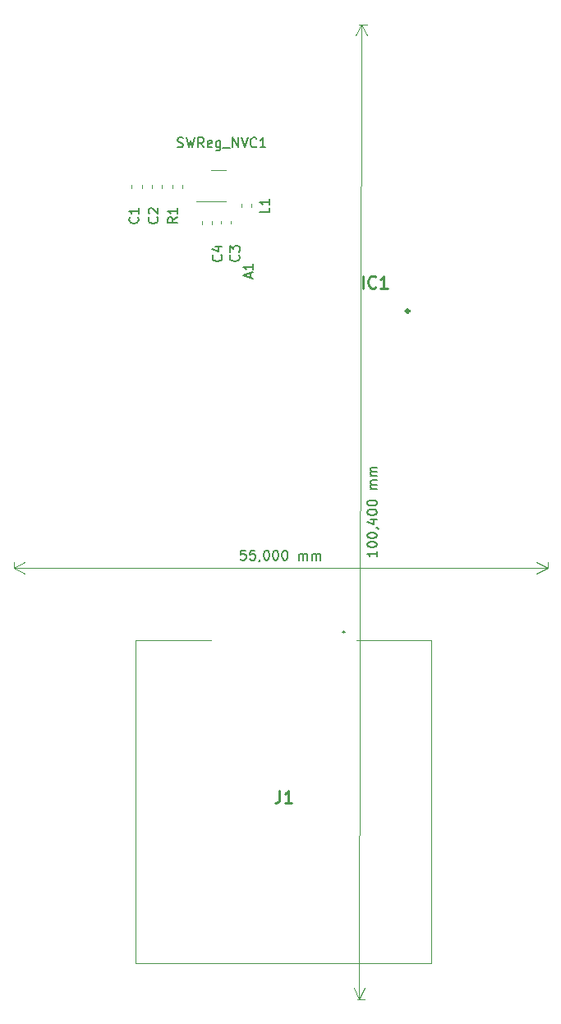
<source format=gbr>
G04 #@! TF.GenerationSoftware,KiCad,Pcbnew,(5.1.2)-2*
G04 #@! TF.CreationDate,2020-03-09T10:51:38+01:00*
G04 #@! TF.ProjectId,Extension_PCB,45787465-6e73-4696-9f6e-5f5043422e6b,rev?*
G04 #@! TF.SameCoordinates,Original*
G04 #@! TF.FileFunction,Legend,Top*
G04 #@! TF.FilePolarity,Positive*
%FSLAX46Y46*%
G04 Gerber Fmt 4.6, Leading zero omitted, Abs format (unit mm)*
G04 Created by KiCad (PCBNEW (5.1.2)-2) date 2020-03-09 10:51:38*
%MOMM*%
%LPD*%
G04 APERTURE LIST*
%ADD10C,0.150000*%
%ADD11C,0.120000*%
%ADD12C,0.100000*%
%ADD13C,0.200000*%
%ADD14C,0.325000*%
%ADD15C,0.254000*%
G04 APERTURE END LIST*
D10*
X168880952Y-125782380D02*
X168404761Y-125782380D01*
X168357142Y-126258571D01*
X168404761Y-126210952D01*
X168500000Y-126163333D01*
X168738095Y-126163333D01*
X168833333Y-126210952D01*
X168880952Y-126258571D01*
X168928571Y-126353809D01*
X168928571Y-126591904D01*
X168880952Y-126687142D01*
X168833333Y-126734761D01*
X168738095Y-126782380D01*
X168500000Y-126782380D01*
X168404761Y-126734761D01*
X168357142Y-126687142D01*
X169833333Y-125782380D02*
X169357142Y-125782380D01*
X169309523Y-126258571D01*
X169357142Y-126210952D01*
X169452380Y-126163333D01*
X169690476Y-126163333D01*
X169785714Y-126210952D01*
X169833333Y-126258571D01*
X169880952Y-126353809D01*
X169880952Y-126591904D01*
X169833333Y-126687142D01*
X169785714Y-126734761D01*
X169690476Y-126782380D01*
X169452380Y-126782380D01*
X169357142Y-126734761D01*
X169309523Y-126687142D01*
X170357142Y-126734761D02*
X170357142Y-126782380D01*
X170309523Y-126877619D01*
X170261904Y-126925238D01*
X170976190Y-125782380D02*
X171071428Y-125782380D01*
X171166666Y-125830000D01*
X171214285Y-125877619D01*
X171261904Y-125972857D01*
X171309523Y-126163333D01*
X171309523Y-126401428D01*
X171261904Y-126591904D01*
X171214285Y-126687142D01*
X171166666Y-126734761D01*
X171071428Y-126782380D01*
X170976190Y-126782380D01*
X170880952Y-126734761D01*
X170833333Y-126687142D01*
X170785714Y-126591904D01*
X170738095Y-126401428D01*
X170738095Y-126163333D01*
X170785714Y-125972857D01*
X170833333Y-125877619D01*
X170880952Y-125830000D01*
X170976190Y-125782380D01*
X171928571Y-125782380D02*
X172023809Y-125782380D01*
X172119047Y-125830000D01*
X172166666Y-125877619D01*
X172214285Y-125972857D01*
X172261904Y-126163333D01*
X172261904Y-126401428D01*
X172214285Y-126591904D01*
X172166666Y-126687142D01*
X172119047Y-126734761D01*
X172023809Y-126782380D01*
X171928571Y-126782380D01*
X171833333Y-126734761D01*
X171785714Y-126687142D01*
X171738095Y-126591904D01*
X171690476Y-126401428D01*
X171690476Y-126163333D01*
X171738095Y-125972857D01*
X171785714Y-125877619D01*
X171833333Y-125830000D01*
X171928571Y-125782380D01*
X172880952Y-125782380D02*
X172976190Y-125782380D01*
X173071428Y-125830000D01*
X173119047Y-125877619D01*
X173166666Y-125972857D01*
X173214285Y-126163333D01*
X173214285Y-126401428D01*
X173166666Y-126591904D01*
X173119047Y-126687142D01*
X173071428Y-126734761D01*
X172976190Y-126782380D01*
X172880952Y-126782380D01*
X172785714Y-126734761D01*
X172738095Y-126687142D01*
X172690476Y-126591904D01*
X172642857Y-126401428D01*
X172642857Y-126163333D01*
X172690476Y-125972857D01*
X172738095Y-125877619D01*
X172785714Y-125830000D01*
X172880952Y-125782380D01*
X174404761Y-126782380D02*
X174404761Y-126115714D01*
X174404761Y-126210952D02*
X174452380Y-126163333D01*
X174547619Y-126115714D01*
X174690476Y-126115714D01*
X174785714Y-126163333D01*
X174833333Y-126258571D01*
X174833333Y-126782380D01*
X174833333Y-126258571D02*
X174880952Y-126163333D01*
X174976190Y-126115714D01*
X175119047Y-126115714D01*
X175214285Y-126163333D01*
X175261904Y-126258571D01*
X175261904Y-126782380D01*
X175738095Y-126782380D02*
X175738095Y-126115714D01*
X175738095Y-126210952D02*
X175785714Y-126163333D01*
X175880952Y-126115714D01*
X176023809Y-126115714D01*
X176119047Y-126163333D01*
X176166666Y-126258571D01*
X176166666Y-126782380D01*
X176166666Y-126258571D02*
X176214285Y-126163333D01*
X176309523Y-126115714D01*
X176452380Y-126115714D01*
X176547619Y-126163333D01*
X176595238Y-126258571D01*
X176595238Y-126782380D01*
D11*
X200000000Y-127600000D02*
X145000000Y-127600000D01*
X200000000Y-127600000D02*
X200000000Y-127013579D01*
X145000000Y-127600000D02*
X145000000Y-127013579D01*
X145000000Y-127600000D02*
X146126504Y-127013579D01*
X145000000Y-127600000D02*
X146126504Y-128186421D01*
X200000000Y-127600000D02*
X198873496Y-127013579D01*
X200000000Y-127600000D02*
X198873496Y-128186421D01*
D10*
X182414313Y-125851440D02*
X182413174Y-126422867D01*
X182413743Y-126137153D02*
X181413745Y-126135161D01*
X181556413Y-126230684D01*
X181651461Y-126326111D01*
X181698890Y-126421444D01*
X181415548Y-125230401D02*
X181415737Y-125135163D01*
X181463546Y-125040020D01*
X181511260Y-124992496D01*
X181606593Y-124945067D01*
X181797163Y-124897827D01*
X182035258Y-124898302D01*
X182225639Y-124946300D01*
X182320782Y-124994109D01*
X182368306Y-125041823D01*
X182415735Y-125137155D01*
X182415546Y-125232393D01*
X182367737Y-125327536D01*
X182320023Y-125375060D01*
X182224690Y-125422490D01*
X182034120Y-125469729D01*
X181796025Y-125469255D01*
X181605644Y-125421256D01*
X181510501Y-125373448D01*
X181462977Y-125325734D01*
X181415548Y-125230401D01*
X181417445Y-124278022D02*
X181417635Y-124182784D01*
X181465443Y-124087641D01*
X181513157Y-124040117D01*
X181608490Y-123992688D01*
X181799061Y-123945448D01*
X182037155Y-123945923D01*
X182227536Y-123993921D01*
X182322679Y-124041730D01*
X182370203Y-124089444D01*
X182417633Y-124184776D01*
X182417443Y-124280014D01*
X182369634Y-124375157D01*
X182321920Y-124422681D01*
X182226588Y-124470111D01*
X182036017Y-124517350D01*
X181797922Y-124516876D01*
X181607541Y-124468877D01*
X181512398Y-124421069D01*
X181464874Y-124373355D01*
X181417445Y-124278022D01*
X182371437Y-123470397D02*
X182419056Y-123470492D01*
X182514199Y-123518301D01*
X182561723Y-123566014D01*
X181754098Y-122612023D02*
X182420763Y-122613351D01*
X181372672Y-122849359D02*
X182086482Y-123088876D01*
X182087715Y-122469830D01*
X181422188Y-121897075D02*
X181422378Y-121801837D01*
X181470186Y-121706694D01*
X181517900Y-121659169D01*
X181613233Y-121611740D01*
X181803803Y-121564501D01*
X182041898Y-121564975D01*
X182232279Y-121612973D01*
X182327422Y-121660782D01*
X182374946Y-121708496D01*
X182422376Y-121803829D01*
X182422186Y-121899067D01*
X182374377Y-121994210D01*
X182326663Y-122041734D01*
X182231331Y-122089163D01*
X182040760Y-122136402D01*
X181802665Y-122135928D01*
X181612284Y-122087930D01*
X181517141Y-122040121D01*
X181469617Y-121992407D01*
X181422188Y-121897075D01*
X181424085Y-120944695D02*
X181424275Y-120849458D01*
X181472083Y-120754315D01*
X181519797Y-120706790D01*
X181615130Y-120659361D01*
X181805701Y-120612122D01*
X182043795Y-120612596D01*
X182234176Y-120660594D01*
X182329319Y-120708403D01*
X182376843Y-120756117D01*
X182424273Y-120851450D01*
X182424083Y-120946687D01*
X182376274Y-121041831D01*
X182328561Y-121089355D01*
X182233228Y-121136784D01*
X182042657Y-121184023D01*
X181804562Y-121183549D01*
X181614181Y-121135551D01*
X181519038Y-121087742D01*
X181471514Y-121040028D01*
X181424085Y-120944695D01*
X182427118Y-119422881D02*
X181760453Y-119421553D01*
X181855691Y-119421743D02*
X181808167Y-119374029D01*
X181760738Y-119278696D01*
X181761022Y-119135839D01*
X181808831Y-119040696D01*
X181904164Y-118993267D01*
X182427972Y-118994310D01*
X181904164Y-118993267D02*
X181809021Y-118945458D01*
X181761591Y-118850126D01*
X181761876Y-118707269D01*
X181809685Y-118612126D01*
X181905017Y-118564696D01*
X182428826Y-118565740D01*
X182429775Y-118089550D02*
X181763109Y-118088222D01*
X181858347Y-118088412D02*
X181810823Y-118040698D01*
X181763394Y-117945365D01*
X181763678Y-117802509D01*
X181811487Y-117707366D01*
X181906820Y-117659936D01*
X182430628Y-117660980D01*
X181906820Y-117659936D02*
X181811677Y-117612128D01*
X181764247Y-117516795D01*
X181764532Y-117373938D01*
X181812341Y-117278795D01*
X181907673Y-117231366D01*
X182431482Y-117232409D01*
D11*
X180799999Y-71600398D02*
X180599999Y-172000398D01*
X180600000Y-71600000D02*
X181386418Y-71601567D01*
X180400000Y-172000000D02*
X181186418Y-172001567D01*
X180599999Y-172000398D02*
X180015823Y-170872728D01*
X180599999Y-172000398D02*
X181188663Y-170875065D01*
X180799999Y-71600398D02*
X180211335Y-72725731D01*
X180799999Y-71600398D02*
X181384175Y-72728068D01*
D12*
X165300000Y-135000000D02*
X157550000Y-135000000D01*
X157550000Y-135000000D02*
X157550000Y-168300000D01*
X157550000Y-168300000D02*
X188050000Y-168300000D01*
X188050000Y-168300000D02*
X188050000Y-135000000D01*
X188050000Y-135000000D02*
X180300000Y-135000000D01*
D13*
X178900000Y-134200000D02*
X178900000Y-134200000D01*
X179100000Y-134200000D02*
X179100000Y-134200000D01*
X179100000Y-134200000D02*
G75*
G03X178900000Y-134200000I-100000J0D01*
G01*
X178900000Y-134200000D02*
G75*
G03X179100000Y-134200000I100000J0D01*
G01*
D14*
X185737000Y-101125000D02*
G75*
G03X185737000Y-101125000I-162500J0D01*
G01*
D11*
X163828480Y-89842000D02*
X166828480Y-89842000D01*
X165328480Y-86622000D02*
X166828480Y-86622000D01*
X161354740Y-88145861D02*
X161354740Y-88471419D01*
X162374740Y-88145861D02*
X162374740Y-88471419D01*
X168489600Y-90101661D02*
X168489600Y-90427219D01*
X169509600Y-90101661D02*
X169509600Y-90427219D01*
X164374800Y-91844101D02*
X164374800Y-92169659D01*
X165394800Y-91844101D02*
X165394800Y-92169659D01*
X166325520Y-91816361D02*
X166325520Y-92141919D01*
X167345520Y-91816361D02*
X167345520Y-92141919D01*
X159254160Y-88133361D02*
X159254160Y-88458919D01*
X160274160Y-88133361D02*
X160274160Y-88458919D01*
X157148500Y-88148601D02*
X157148500Y-88474159D01*
X158168500Y-88148601D02*
X158168500Y-88474159D01*
D15*
X172376666Y-150504523D02*
X172376666Y-151411666D01*
X172316190Y-151593095D01*
X172195238Y-151714047D01*
X172013809Y-151774523D01*
X171892857Y-151774523D01*
X173646666Y-151774523D02*
X172920952Y-151774523D01*
X173283809Y-151774523D02*
X173283809Y-150504523D01*
X173162857Y-150685952D01*
X173041904Y-150806904D01*
X172920952Y-150867380D01*
X180960238Y-98774523D02*
X180960238Y-97504523D01*
X182290714Y-98653571D02*
X182230238Y-98714047D01*
X182048809Y-98774523D01*
X181927857Y-98774523D01*
X181746428Y-98714047D01*
X181625476Y-98593095D01*
X181565000Y-98472142D01*
X181504523Y-98230238D01*
X181504523Y-98048809D01*
X181565000Y-97806904D01*
X181625476Y-97685952D01*
X181746428Y-97565000D01*
X181927857Y-97504523D01*
X182048809Y-97504523D01*
X182230238Y-97565000D01*
X182290714Y-97625476D01*
X183500238Y-98774523D02*
X182774523Y-98774523D01*
X183137380Y-98774523D02*
X183137380Y-97504523D01*
X183016428Y-97685952D01*
X182895476Y-97806904D01*
X182774523Y-97867380D01*
D10*
X161852380Y-84204761D02*
X161995238Y-84252380D01*
X162233333Y-84252380D01*
X162328571Y-84204761D01*
X162376190Y-84157142D01*
X162423809Y-84061904D01*
X162423809Y-83966666D01*
X162376190Y-83871428D01*
X162328571Y-83823809D01*
X162233333Y-83776190D01*
X162042857Y-83728571D01*
X161947619Y-83680952D01*
X161900000Y-83633333D01*
X161852380Y-83538095D01*
X161852380Y-83442857D01*
X161900000Y-83347619D01*
X161947619Y-83300000D01*
X162042857Y-83252380D01*
X162280952Y-83252380D01*
X162423809Y-83300000D01*
X162757142Y-83252380D02*
X162995238Y-84252380D01*
X163185714Y-83538095D01*
X163376190Y-84252380D01*
X163614285Y-83252380D01*
X164566666Y-84252380D02*
X164233333Y-83776190D01*
X163995238Y-84252380D02*
X163995238Y-83252380D01*
X164376190Y-83252380D01*
X164471428Y-83300000D01*
X164519047Y-83347619D01*
X164566666Y-83442857D01*
X164566666Y-83585714D01*
X164519047Y-83680952D01*
X164471428Y-83728571D01*
X164376190Y-83776190D01*
X163995238Y-83776190D01*
X165376190Y-84204761D02*
X165280952Y-84252380D01*
X165090476Y-84252380D01*
X164995238Y-84204761D01*
X164947619Y-84109523D01*
X164947619Y-83728571D01*
X164995238Y-83633333D01*
X165090476Y-83585714D01*
X165280952Y-83585714D01*
X165376190Y-83633333D01*
X165423809Y-83728571D01*
X165423809Y-83823809D01*
X164947619Y-83919047D01*
X166280952Y-83585714D02*
X166280952Y-84395238D01*
X166233333Y-84490476D01*
X166185714Y-84538095D01*
X166090476Y-84585714D01*
X165947619Y-84585714D01*
X165852380Y-84538095D01*
X166280952Y-84204761D02*
X166185714Y-84252380D01*
X165995238Y-84252380D01*
X165900000Y-84204761D01*
X165852380Y-84157142D01*
X165804761Y-84061904D01*
X165804761Y-83776190D01*
X165852380Y-83680952D01*
X165900000Y-83633333D01*
X165995238Y-83585714D01*
X166185714Y-83585714D01*
X166280952Y-83633333D01*
X166519047Y-84347619D02*
X167280952Y-84347619D01*
X167519047Y-84252380D02*
X167519047Y-83252380D01*
X168090476Y-84252380D01*
X168090476Y-83252380D01*
X168423809Y-83252380D02*
X168757142Y-84252380D01*
X169090476Y-83252380D01*
X169995238Y-84157142D02*
X169947619Y-84204761D01*
X169804761Y-84252380D01*
X169709523Y-84252380D01*
X169566666Y-84204761D01*
X169471428Y-84109523D01*
X169423809Y-84014285D01*
X169376190Y-83823809D01*
X169376190Y-83680952D01*
X169423809Y-83490476D01*
X169471428Y-83395238D01*
X169566666Y-83300000D01*
X169709523Y-83252380D01*
X169804761Y-83252380D01*
X169947619Y-83300000D01*
X169995238Y-83347619D01*
X170947619Y-84252380D02*
X170376190Y-84252380D01*
X170661904Y-84252380D02*
X170661904Y-83252380D01*
X170566666Y-83395238D01*
X170471428Y-83490476D01*
X170376190Y-83538095D01*
X161852380Y-91466666D02*
X161376190Y-91800000D01*
X161852380Y-92038095D02*
X160852380Y-92038095D01*
X160852380Y-91657142D01*
X160900000Y-91561904D01*
X160947619Y-91514285D01*
X161042857Y-91466666D01*
X161185714Y-91466666D01*
X161280952Y-91514285D01*
X161328571Y-91561904D01*
X161376190Y-91657142D01*
X161376190Y-92038095D01*
X161852380Y-90514285D02*
X161852380Y-91085714D01*
X161852380Y-90800000D02*
X160852380Y-90800000D01*
X160995238Y-90895238D01*
X161090476Y-90990476D01*
X161138095Y-91085714D01*
X171352380Y-90466666D02*
X171352380Y-90942857D01*
X170352380Y-90942857D01*
X171352380Y-89609523D02*
X171352380Y-90180952D01*
X171352380Y-89895238D02*
X170352380Y-89895238D01*
X170495238Y-89990476D01*
X170590476Y-90085714D01*
X170638095Y-90180952D01*
X166357142Y-95366666D02*
X166404761Y-95414285D01*
X166452380Y-95557142D01*
X166452380Y-95652380D01*
X166404761Y-95795238D01*
X166309523Y-95890476D01*
X166214285Y-95938095D01*
X166023809Y-95985714D01*
X165880952Y-95985714D01*
X165690476Y-95938095D01*
X165595238Y-95890476D01*
X165500000Y-95795238D01*
X165452380Y-95652380D01*
X165452380Y-95557142D01*
X165500000Y-95414285D01*
X165547619Y-95366666D01*
X165785714Y-94509523D02*
X166452380Y-94509523D01*
X165404761Y-94747619D02*
X166119047Y-94985714D01*
X166119047Y-94366666D01*
X168157142Y-95366666D02*
X168204761Y-95414285D01*
X168252380Y-95557142D01*
X168252380Y-95652380D01*
X168204761Y-95795238D01*
X168109523Y-95890476D01*
X168014285Y-95938095D01*
X167823809Y-95985714D01*
X167680952Y-95985714D01*
X167490476Y-95938095D01*
X167395238Y-95890476D01*
X167300000Y-95795238D01*
X167252380Y-95652380D01*
X167252380Y-95557142D01*
X167300000Y-95414285D01*
X167347619Y-95366666D01*
X167252380Y-95033333D02*
X167252380Y-94414285D01*
X167633333Y-94747619D01*
X167633333Y-94604761D01*
X167680952Y-94509523D01*
X167728571Y-94461904D01*
X167823809Y-94414285D01*
X168061904Y-94414285D01*
X168157142Y-94461904D01*
X168204761Y-94509523D01*
X168252380Y-94604761D01*
X168252380Y-94890476D01*
X168204761Y-94985714D01*
X168157142Y-95033333D01*
X159757142Y-91466666D02*
X159804761Y-91514285D01*
X159852380Y-91657142D01*
X159852380Y-91752380D01*
X159804761Y-91895238D01*
X159709523Y-91990476D01*
X159614285Y-92038095D01*
X159423809Y-92085714D01*
X159280952Y-92085714D01*
X159090476Y-92038095D01*
X158995238Y-91990476D01*
X158900000Y-91895238D01*
X158852380Y-91752380D01*
X158852380Y-91657142D01*
X158900000Y-91514285D01*
X158947619Y-91466666D01*
X158947619Y-91085714D02*
X158900000Y-91038095D01*
X158852380Y-90942857D01*
X158852380Y-90704761D01*
X158900000Y-90609523D01*
X158947619Y-90561904D01*
X159042857Y-90514285D01*
X159138095Y-90514285D01*
X159280952Y-90561904D01*
X159852380Y-91133333D01*
X159852380Y-90514285D01*
X157757142Y-91466666D02*
X157804761Y-91514285D01*
X157852380Y-91657142D01*
X157852380Y-91752380D01*
X157804761Y-91895238D01*
X157709523Y-91990476D01*
X157614285Y-92038095D01*
X157423809Y-92085714D01*
X157280952Y-92085714D01*
X157090476Y-92038095D01*
X156995238Y-91990476D01*
X156900000Y-91895238D01*
X156852380Y-91752380D01*
X156852380Y-91657142D01*
X156900000Y-91514285D01*
X156947619Y-91466666D01*
X157852380Y-90514285D02*
X157852380Y-91085714D01*
X157852380Y-90800000D02*
X156852380Y-90800000D01*
X156995238Y-90895238D01*
X157090476Y-90990476D01*
X157138095Y-91085714D01*
X169356066Y-97711805D02*
X169356066Y-97235615D01*
X169641780Y-97807043D02*
X168641780Y-97473710D01*
X169641780Y-97140377D01*
X169641780Y-96283234D02*
X169641780Y-96854662D01*
X169641780Y-96568948D02*
X168641780Y-96568948D01*
X168784638Y-96664186D01*
X168879876Y-96759424D01*
X168927495Y-96854662D01*
M02*

</source>
